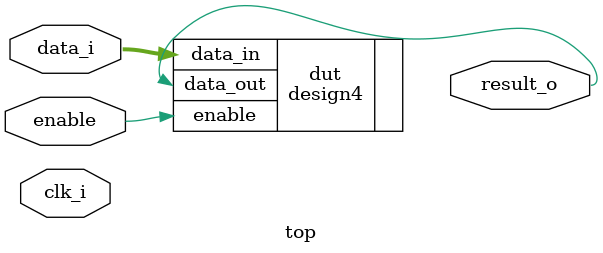
<source format=sv>
module top (
  input logic clk_i,
  input logic [0:0] enable,
  input logic [2:0] data_i,
  output logic [0:0] result_o
);

design4 dut (
  .enable (enable),
  .data_in (data_i),
  .data_out (result_o)
);

always @(posedge clk_i) begin: proc_assertions
  if (enable == '0)
    case (data_i)
      3'b001: assert (result_o == '1);
      3'b010: assert (result_o == '1);
      3'b100: assert (result_o == '1);
      3'b111: assert (result_o == '1);
      default: assert (result_o == '0);
    endcase
end

endmodule: top

</source>
